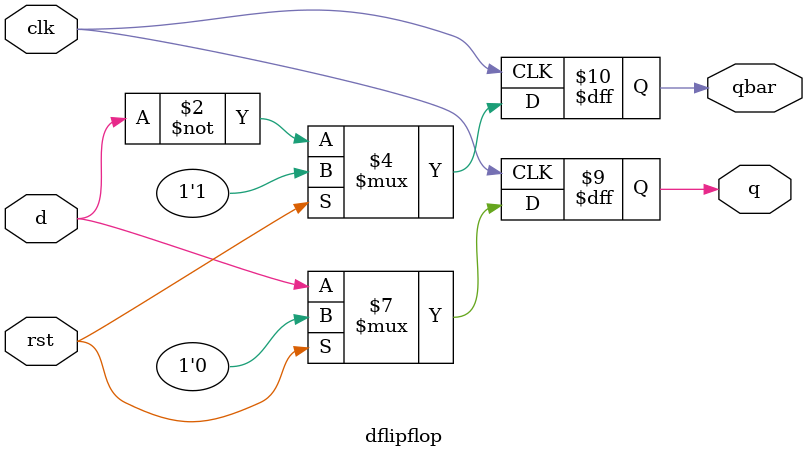
<source format=v>
module dflipflop(d,clk,rst,q,qbar);
input d,clk,rst;
output reg q,qbar;
always @(posedge clk)
begin
if (rst)
begin
q=0;
qbar=1;
end
else
begin
q=d;
qbar=~q;
end
end
endmodule
</source>
